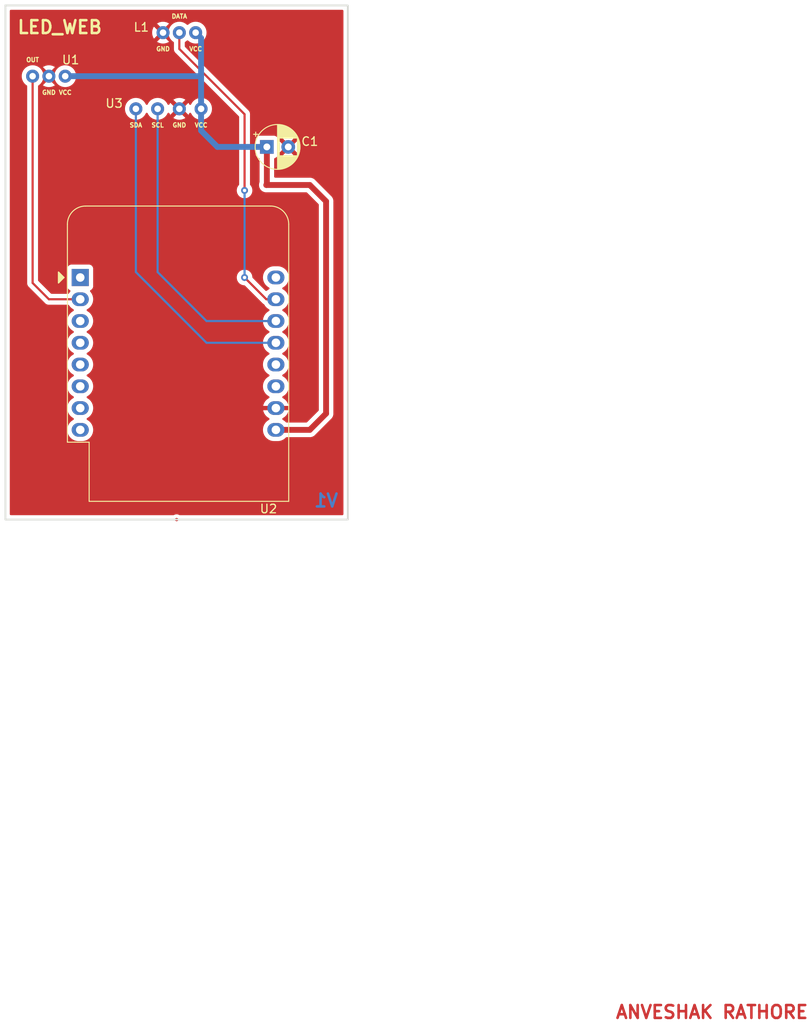
<source format=kicad_pcb>
(kicad_pcb (version 20211014) (generator pcbnew)
  (title_block (title "LED_WEB") (date "2022-03-14") (rev "v1") (comment 1 "NOT TO BE COPIED WITHOUT PERMISSION"))
  (layers (0 "F.Cu" signal) (31 "B.Cu" signal) (34 "B.Paste" user) (35 "F.Paste" user) (36 "B.SilkS" user "B.Silkscreen") (37 "F.SilkS" user "F.Silkscreen") (38 "B.Mask" user) (39 "F.Mask" user) (44 "Edge.Cuts" user))
  (net 0 "")
  (net 1 "Net-(C1-Pad1)")
  (net 2 "GND")
  (net 3 "Net-(L1-Pad2)")
  (net 4 "Net-(U1-Pad3)")
  (net 5 "Net-(U1-Pad4)")
  (net 7 "Net-(U2-Pad2)")
  (footprint "led_web_foots:SSD1306" (layer "F.Cu") (at 127 64.77)
    (fp_text reference "U3" (at -6.35 -0.635 unlocked) (layer "F.SilkS"))
    (fp_text value "SSD1306")
    (fp_text user "SDA" (at -3.81 1.905 unlocked) (layer "F.SilkS") (effects (font (size 0.508 0.508) (thickness 0.127))))
    (fp_text user "VCC" (at 3.81 1.905 unlocked) (layer "F.SilkS") (effects (font (size 0.508 0.508) (thickness 0.127))))
    (fp_text user "SCL" (at -1.27 1.905 unlocked) (layer "F.SilkS") (effects (font (size 0.508 0.508) (thickness 0.127))))
    (fp_text user "GND" (at 1.27 1.905 unlocked) (layer "F.SilkS") (effects (font (size 0.508 0.508) (thickness 0.127))))
    (pad "1" thru_hole circle (at 3.81 0) (size 1.524 1.524) (drill 0.762) (layers *.Cu *.Mask) (net 1 "Net-(C1-Pad1)"))
    (pad "2" thru_hole circle (at 1.27 0) (size 1.524 1.524) (drill 0.762) (layers *.Cu *.Mask) (net 2 "GND"))
    (pad "3" thru_hole circle (at -1.27 0) (size 1.524 1.524) (drill 0.762) (layers *.Cu *.Mask) (net 7 "Net-(U2-Pad2)"))
    (pad "4" thru_hole circle (at -3.81 0) (size 1.524 1.524) (drill 0.762) (layers *.Cu *.Mask))
  )
  (footprint "Capacitor_THT:CP_Radial_D5.0mm_P2.50mm" (layer "F.Cu") (at 138.494888 69.215)
    (fp_text reference "C1" (at 5.015112 -0.635) (layer "F.SilkS"))
    (fp_text value "1000uF 10V")
    (fp_line (start 3.771 -0.677) (end 3.771 0.677) (layer "F.SilkS") (width 0.12))
    (fp_line (start 3.331 -1.554) (end 3.331 -1.04) (layer "F.SilkS") (width 0.12))
    (fp_line (start 3.611 -1.098) (end 3.611 1.098) (layer "F.SilkS") (width 0.12))
    (fp_line (start 2.531 1.04) (end 2.531 2.247) (layer "F.SilkS") (width 0.12))
    (fp_line (start 2.171 1.04) (end 2.171 2.414) (layer "F.SilkS") (width 0.12))
    (fp_line (start 1.81 1.04) (end 1.81 2.52) (layer "F.SilkS") (width 0.12))
    (fp_line (start 3.371 1.04) (end 3.371 1.5) (layer "F.SilkS") (width 0.12))
    (fp_line (start 2.731 1.04) (end 2.731 2.122) (layer "F.SilkS") (width 0.12))
    (fp_line (start 2.051 1.04) (end 2.051 2.455) (layer "F.SilkS") (width 0.12))
    (fp_line (start 1.89 -2.501) (end 1.89 -1.04) (layer "F.SilkS") (width 0.12))
    (fp_line (start -1.554775 -1.475) (end -1.054775 -1.475) (layer "F.SilkS") (width 0.12))
    (fp_line (start 1.57 1.04) (end 1.57 2.561) (layer "F.SilkS") (width 0.12))
    (fp_line (start 3.451 -1.383) (end 3.451 -1.04) (layer "F.SilkS") (width 0.12))
    (fp_line (start 2.291 -2.365) (end 2.291 -1.04) (layer "F.SilkS") (width 0.12))
    (fp_line (start 1.25 -2.58) (end 1.25 2.58) (layer "F.SilkS") (width 0.12))
    (fp_line (start 1.77 1.04) (end 1.77 2.528) (layer "F.SilkS") (width 0.12))
    (fp_line (start 1.49 -2.569) (end 1.49 -1.04) (layer "F.SilkS") (width 0.12))
    (fp_line (start 3.011 1.04) (end 3.011 1.901) (layer "F.SilkS") (width 0.12))
    (fp_line (start 1.93 1.04) (end 1.93 2.491) (layer "F.SilkS") (width 0.12))
    (fp_line (start 1.41 -2.576) (end 1.41 2.576) (layer "F.SilkS") (width 0.12))
    (fp_line (start 1.45 -2.573) (end 1.45 2.573) (layer "F.SilkS") (width 0.12))
    (fp_line (start 2.891 1.04) (end 2.891 2.004) (layer "F.SilkS") (width 0.12))
    (fp_line (start 1.61 1.04) (end 1.61 2.556) (layer "F.SilkS") (width 0.12))
    (fp_line (start 2.051 -2.455) (end 2.051 -1.04) (layer "F.SilkS") (width 0.12))
    (fp_line (start 2.571 1.04) (end 2.571 2.224) (layer "F.SilkS") (width 0.12))
    (fp_line (start 1.69 -2.543) (end 1.69 -1.04) (layer "F.SilkS") (width 0.12))
    (fp_line (start 2.411 1.04) (end 2.411 2.31) (layer "F.SilkS") (width 0.12))
    (fp_line (start 2.771 -2.095) (end 2.771 -1.04) (layer "F.SilkS") (width 0.12))
    (fp_line (start 2.611 -2.2) (end 2.611 -1.04) (layer "F.SilkS") (width 0.12))
    (fp_line (start 2.811 -2.065) (end 2.811 -1.04) (layer "F.SilkS") (width 0.12))
    (fp_line (start 1.73 1.04) (end 1.73 2.536) (layer "F.SilkS") (width 0.12))
    (fp_line (start 1.77 -2.528) (end 1.77 -1.04) (layer "F.SilkS") (width 0.12))
    (fp_line (start 3.091 -1.826) (end 3.091 -1.04) (layer "F.SilkS") (width 0.12))
    (fp_line (start -1.304775 -1.725) (end -1.304775 -1.225) (layer "F.SilkS") (width 0.12))
    (fp_line (start 1.73 -2.536) (end 1.73 -1.04) (layer "F.SilkS") (width 0.12))
    (fp_line (start 2.491 -2.268) (end 2.491 -1.04) (layer "F.SilkS") (width 0.12))
    (fp_line (start 2.611 1.04) (end 2.611 2.2) (layer "F.SilkS") (width 0.12))
    (fp_line (start 3.531 1.04) (end 3.531 1.251) (layer "F.SilkS") (width 0.12))
    (fp_line (start 2.931 -1.971) (end 2.931 -1.04) (layer "F.SilkS") (width 0.12))
    (fp_line (start 2.371 -2.329) (end 2.371 -1.04) (layer "F.SilkS") (width 0.12))
    (fp_line (start 2.091 1.04) (end 2.091 2.442) (layer "F.SilkS") (width 0.12))
    (fp_line (start 2.971 -1.937) (end 2.971 -1.04) (layer "F.SilkS") (width 0.12))
    (fp_line (start 3.811 -0.518) (end 3.811 0.518) (layer "F.SilkS") (width 0.12))
    (fp_line (start 2.251 -2.382) (end 2.251 -1.04) (layer "F.SilkS") (width 0.12))
    (fp_line (start 2.011 -2.468) (end 2.011 -1.04) (layer "F.SilkS") (width 0.12))
    (fp_line (start 3.171 1.04) (end 3.171 1.743) (layer "F.SilkS") (width 0.12))
    (fp_line (start 1.53 1.04) (end 1.53 2.565) (layer "F.SilkS") (width 0.12))
    (fp_line (start 1.49 1.04) (end 1.49 2.569) (layer "F.SilkS") (width 0.12))
    (fp_line (start 2.251 1.04) (end 2.251 2.382) (layer "F.SilkS") (width 0.12))
    (fp_line (start 3.371 -1.5) (end 3.371 -1.04) (layer "F.SilkS") (width 0.12))
    (fp_line (start 2.931 1.04) (end 2.931 1.971) (layer "F.SilkS") (width 0.12))
    (fp_line (start 2.731 -2.122) (end 2.731 -1.04) (layer "F.SilkS") (width 0.12))
    (fp_line (start 2.491 1.04) (end 2.491 2.268) (layer "F.SilkS") (width 0.12))
    (fp_line (start 3.051 -1.864) (end 3.051 -1.04) (layer "F.SilkS") (width 0.12))
    (fp_line (start 3.491 -1.319) (end 3.491 -1.04) (layer "F.SilkS") (width 0.12))
    (fp_line (start 3.491 1.04) (end 3.491 1.319) (layer "F.SilkS") (width 0.12))
    (fp_line (start 3.251 1.04) (end 3.251 1.653) (layer "F.SilkS") (width 0.12))
    (fp_line (start 3.331 1.04) (end 3.331 1.554) (layer "F.SilkS") (width 0.12))
    (fp_line (start 2.331 1.04) (end 2.331 2.348) (layer "F.SilkS") (width 0.12))
    (fp_line (start 2.851 1.04) (end 2.851 2.035) (layer "F.SilkS") (width 0.12))
    (fp_line (start 3.051 1.04) (end 3.051 1.864) (layer "F.SilkS") (width 0.12))
    (fp_line (start 3.411 -1.443) (end 3.411 -1.04) (layer "F.SilkS") (width 0.12))
    (fp_line (start 3.731 -0.805) (end 3.731 0.805) (layer "F.SilkS") (width 0.12))
    (fp_line (start 2.371 1.04) (end 2.371 2.329) (layer "F.SilkS") (width 0.12))
    (fp_line (start 2.771 1.04) (end 2.771 2.095) (layer "F.SilkS") (width 0.12))
    (fp_line (start 3.691 -0.915) (end 3.691 0.915) (layer "F.SilkS") (width 0.12))
    (fp_line (start 2.451 -2.29) (end 2.451 -1.04) (layer "F.SilkS") (width 0.12))
    (fp_line (start 1.89 1.04) (end 1.89 2.501) (layer "F.SilkS") (width 0.12))
    (fp_line (start 2.811 1.04) (end 2.811 2.065) (layer "F.SilkS") (width 0.12))
    (fp_line (start 3.451 1.04) (end 3.451 1.383) (layer "F.SilkS") (width 0.12))
    (fp_line (start 1.57 -2.561) (end 1.57 -1.04) (layer "F.SilkS") (width 0.12))
    (fp_line (start 3.651 -1.011) (end 3.651 1.011) (layer "F.SilkS") (width 0.12))
    (fp_line (start 3.211 -1.699) (end 3.211 -1.04) (layer "F.SilkS") (width 0.12))
    (fp_line (start 1.971 1.04) (end 1.971 2.48) (layer "F.SilkS") (width 0.12))
    (fp_line (start 3.011 -1.901) (end 3.011 -1.04) (layer "F.SilkS") (width 0.12))
    (fp_line (start 2.691 1.04) (end 2.691 2.149) (layer "F.SilkS") (width 0.12))
    (fp_line (start 2.011 1.04) (end 2.011 2.468) (layer "F.SilkS") (width 0.12))
    (fp_line (start 3.411 1.04) (end 3.411 1.443) (layer "F.SilkS") (width 0.12))
    (fp_line (start 2.131 -2.428) (end 2.131 -1.04) (layer "F.SilkS") (width 0.12))
    (fp_line (start 1.61 -2.556) (end 1.61 -1.04) (layer "F.SilkS") (width 0.12))
    (fp_line (start 2.211 -2.398) (end 2.211 -1.04) (layer "F.SilkS") (width 0.12))
    (fp_line (start 1.29 -2.58) (end 1.29 2.58) (layer "F.SilkS") (width 0.12))
    (fp_line (start 2.451 1.04) (end 2.451 2.29) (layer "F.SilkS") (width 0.12))
    (fp_line (start 1.53 -2.565) (end 1.53 -1.04) (layer "F.SilkS") (width 0.12))
    (fp_line (start 2.651 1.04) (end 2.651 2.175) (layer "F.SilkS") (width 0.12))
    (fp_line (start 1.69 1.04) (end 1.69 2.543) (layer "F.SilkS") (width 0.12))
    (fp_line (start 2.571 -2.224) (end 2.571 -1.04) (layer "F.SilkS") (width 0.12))
    (fp_line (start 3.211 1.04) (end 3.211 1.699) (layer "F.SilkS") (width 0.12))
    (fp_line (start 2.691 -2.149) (end 2.691 -1.04) (layer "F.SilkS") (width 0.12))
    (fp_line (start 3.851 -0.284) (end 3.851 0.284) (layer "F.SilkS") (width 0.12))
    (fp_line (start 2.091 -2.442) (end 2.091 -1.04) (layer "F.SilkS") (width 0.12))
    (fp_line (start 1.85 -2.511) (end 1.85 -1.04) (layer "F.SilkS") (width 0.12))
    (fp_line (start 3.091 1.04) (end 3.091 1.826) (layer "F.SilkS") (width 0.12))
    (fp_line (start 2.851 -2.035) (end 2.851 -1.04) (layer "F.SilkS") (width 0.12))
    (fp_line (start 3.131 -1.785) (end 3.131 -1.04) (layer "F.SilkS") (width 0.12))
    (fp_line (start 2.531 -2.247) (end 2.531 -1.04) (layer "F.SilkS") (width 0.12))
    (fp_line (start 3.171 -1.743) (end 3.171 -1.04) (layer "F.SilkS") (width 0.12))
    (fp_line (start 3.131 1.04) (end 3.131 1.785) (layer "F.SilkS") (width 0.12))
    (fp_line (start 2.131 1.04) (end 2.131 2.428) (layer "F.SilkS") (width 0.12))
    (fp_line (start 2.211 1.04) (end 2.211 2.398) (layer "F.SilkS") (width 0.12))
    (fp_line (start 1.93 -2.491) (end 1.93 -1.04) (layer "F.SilkS") (width 0.12))
    (fp_line (start 1.37 -2.578) (end 1.37 2.578) (layer "F.SilkS") (width 0.12))
    (fp_line (start 3.251 -1.653) (end 3.251 -1.04) (layer "F.SilkS") (width 0.12))
    (fp_line (start 2.411 -2.31) (end 2.411 -1.04) (layer "F.SilkS") (width 0.12))
    (fp_line (start 1.971 -2.48) (end 1.971 -1.04) (layer "F.SilkS") (width 0.12))
    (fp_line (start 2.971 1.04) (end 2.971 1.937) (layer "F.SilkS") (width 0.12))
    (fp_line (start 2.891 -2.004) (end 2.891 -1.04) (layer "F.SilkS") (width 0.12))
    (fp_line (start 1.33 -2.579) (end 1.33 2.579) (layer "F.SilkS") (width 0.12))
    (fp_line (start 1.85 1.04) (end 1.85 2.511) (layer "F.SilkS") (width 0.12))
    (fp_line (start 1.65 -2.55) (end 1.65 -1.04) (layer "F.SilkS") (width 0.12))
    (fp_line (start 3.571 -1.178) (end 3.571 1.178) (layer "F.SilkS") (width 0.12))
    (fp_line (start 3.531 -1.251) (end 3.531 -1.04) (layer "F.SilkS") (width 0.12))
    (fp_line (start 1.65 1.04) (end 1.65 2.55) (layer "F.SilkS") (width 0.12))
    (fp_line (start 2.291 1.04) (end 2.291 2.365) (layer "F.SilkS") (width 0.12))
    (fp_line (start 1.81 -2.52) (end 1.81 -1.04) (layer "F.SilkS") (width 0.12))
    (fp_line (start 2.331 -2.348) (end 2.331 -1.04) (layer "F.SilkS") (width 0.12))
    (fp_line (start 2.651 -2.175) (end 2.651 -1.04) (layer "F.SilkS") (width 0.12))
    (fp_line (start 2.171 -2.414) (end 2.171 -1.04) (layer "F.SilkS") (width 0.12))
    (fp_line (start 3.291 -1.605) (end 3.291 -1.04) (layer "F.SilkS") (width 0.12))
    (fp_line (start 3.291 1.04) (end 3.291 1.605) (layer "F.SilkS") (width 0.12))
    (fp_circle (center 1.25 0) (end 3.87 0) (layer "F.SilkS") (width 0.12) (fill none))
    (pad "1" thru_hole rect (at 0 0) (size 1.6 1.6) (drill 0.8) (layers *.Cu *.Mask) (net 1 "Net-(C1-Pad1)"))
    (pad "2" thru_hole circle (at 2.5 0) (size 1.6 1.6) (drill 0.8) (layers *.Cu *.Mask) (net 2 "GND"))
  )
  (footprint "led_web_foots:MAX4466" (layer "F.Cu") (at 113.03 60.96)
    (fp_text reference "U1" (at 2.54 -1.905 unlocked) (layer "F.SilkS"))
    (fp_text value "MAX4466")
    (fp_text user "OUT" (at -1.905 -1.905 unlocked) (layer "F.SilkS") (effects (font (size 0.508 0.508) (thickness 0.127))))
    (fp_text user "VCC" (at 1.905 1.905 unlocked) (layer "F.SilkS") (effects (font (size 0.508 0.508) (thickness 0.127))))
    (fp_text user "GND" (at 0 1.905 unlocked) (layer "F.SilkS") (effects (font (size 0.508 0.508) (thickness 0.127))))
    (pad "1" thru_hole circle (at 1.905 0) (size 1.524 1.524) (drill 0.762) (layers *.Cu *.Mask) (net 1 "Net-(C1-Pad1)"))
    (pad "2" thru_hole circle (at 0 0) (size 1.524 1.524) (drill 0.762) (layers *.Cu *.Mask) (net 2 "GND"))
    (pad "3" thru_hole circle (at -1.905 0) (size 1.524 1.524) (drill 0.762) (layers *.Cu *.Mask) (net 4 "Net-(U1-Pad3)"))
  )
  (footprint "led_web_foots:LED_STRIP" (layer "F.Cu") (at 128.27 55.88)
    (fp_text reference "L1" (at -4.445 -0.635 unlocked) (layer "F.SilkS"))
    (fp_text value "LED_STRIP")
    (fp_text user "VCC" (at 1.905 1.905 unlocked) (layer "F.SilkS") (effects (font (size 0.508 0.508) (thickness 0.127))))
    (fp_text user "GND" (at -1.905 1.905 unlocked) (layer "F.SilkS") (effects (font (size 0.508 0.508) (thickness 0.127))))
    (fp_text user "DATA" (at 0 -1.905 unlocked) (layer "F.SilkS") (effects (font (size 0.508 0.508) (thickness 0.127))))
    (pad "1" thru_hole circle (at 1.905 0) (size 1.524 1.524) (drill 0.762) (layers *.Cu *.Mask) (net 1 "Net-(C1-Pad1)"))
    (pad "2" thru_hole circle (at 0 0) (size 1.524 1.524) (drill 0.762) (layers *.Cu *.Mask) (net 3 "Net-(L1-Pad2)"))
    (pad "3" thru_hole circle (at -1.905 0) (size 1.524 1.524) (drill 0.762) (layers *.Cu *.Mask) (net 2 "GND"))
  )
  (footprint "Module:WEMOS_D1_mini_light" (layer "F.Cu") (at 116.69 84.455)
    (fp_text reference "U2" (at 22 27) (layer "F.SilkS"))
    (fp_text value "WeMos_D1_mini")
    (fp_line (start 24.36 26.12) (end 24.36 -6.21) (layer "F.SilkS") (width 0.12))
    (fp_line (start 22.24 -8.34) (end 0.63 -8.34) (layer "F.SilkS") (width 0.12))
    (fp_line (start 1.04 26.12) (end 24.36 26.12) (layer "F.SilkS") (width 0.12))
    (fp_line (start -1.5 19.22) (end -1.5 -6.21) (layer "F.SilkS") (width 0.12))
    (fp_line (start 1.04 19.22) (end 1.04 26.12) (layer "F.SilkS") (width 0.12))
    (fp_line (start -1.5 19.22) (end 1.04 19.22) (layer "F.SilkS") (width 0.12))
    (fp_arc (start 22.23 -8.34) (mid 23.736137 -7.716137) (end 24.36 -6.21) (layer "F.SilkS") (width 0.12))
    (fp_arc (start -1.5 -6.21) (mid -0.876137 -7.716137) (end 0.63 -8.34) (layer "F.SilkS") (width 0.12))
    (fp_poly (pts (xy -2.54 -0.635) (xy -2.54 0.635) (xy -1.905 0)) (layer "F.SilkS") (width 0.15) (fill solid))
    (pad "1" thru_hole rect (at 0 0) (size 2 2) (drill 1) (layers *.Cu *.Mask))
    (pad "2" thru_hole oval (at 0 2.54) (size 2 1.6) (drill 1) (layers *.Cu *.Mask) (net 7 "Net-(U2-Pad2)"))
    (pad "3" thru_hole oval (at 0 5.08) (size 2 1.6) (drill 1) (layers *.Cu *.Mask))
    (pad "4" thru_hole oval (at 0 7.62) (size 2 1.6) (drill 1) (layers *.Cu *.Mask))
    (pad "5" thru_hole oval (at 0 10.16) (size 2 1.6) (drill 1) (layers *.Cu *.Mask))
    (pad "6" thru_hole oval (at 0 12.7) (size 2 1.6) (drill 1) (layers *.Cu *.Mask))
    (pad "7" thru_hole oval (at 0 15.24) (size 2 1.6) (drill 1) (layers *.Cu *.Mask))
    (pad "8" thru_hole oval (at 0 17.78) (size 2 1.6) (drill 1) (layers *.Cu *.Mask))
    (pad "9" thru_hole oval (at 22.86 17.78) (size 2 1.6) (drill 1) (layers *.Cu *.Mask) (net 1 "Net-(C1-Pad1)"))
    (pad "10" thru_hole oval (at 22.86 15.24) (size 2 1.6) (drill 1) (layers *.Cu *.Mask) (net 2 "GND"))
    (pad "11" thru_hole oval (at 22.86 12.7) (size 2 1.6) (drill 1) (layers *.Cu *.Mask))
    (pad "12" thru_hole oval (at 22.86 10.16) (size 2 1.6) (drill 1) (layers *.Cu *.Mask))
    (pad "13" thru_hole oval (at 22.86 7.62) (size 2 1.6) (drill 1) (layers *.Cu *.Mask) (net 5 "Net-(U1-Pad4)"))
    (pad "14" thru_hole oval (at 22.86 5.08) (size 2 1.6) (drill 1) (layers *.Cu *.Mask) (net 4 "Net-(U1-Pad3)"))
    (pad "15" thru_hole oval (at 22.86 2.54) (size 2 1.6) (drill 1) (layers *.Cu *.Mask) (net 3 "Net-(L1-Pad2)"))
    (pad "16" thru_hole oval (at 22.86 0) (size 2 1.6) (drill 1) (layers *.Cu *.Mask))
  )
  (gr_circle (center 127.95 112.705) (end 127.95 112.705) (layer "F.Cu") (width 0.2) (fill none))
  (gr_rect (start 107.95 52.705) (end 147.949996 112.705007) (layer "Edge.Cuts") (width 0.2) (fill none))
  (gr_text "ANVESHAK RATHORE" (at 190.5 170.18) (layer "F.Cu") (effects (font (size 1.5 1.5) (thickness 0.3))))
  (gr_text "V1" (at 145.415 110.49) (layer "B.Cu") (effects (font (size 1.5 1.5) (thickness 0.3)) (justify mirror)))
  (gr_text "LED_WEB" (at 114.3 55.245) (layer "F.SilkS") (effects (font (size 1.5 1.5) (thickness 0.3))))
  (segment (start 145.415 75.565) (end 143.51 73.66) (width 0.68326) (layer "F.Cu") (net 1))
  (segment (start 143.51 73.66) (end 138.43 73.66) (width 0.68326) (layer "F.Cu") (net 1))
  (segment (start 139.55 102.235) (end 143.51 102.235) (width 0.68326) (layer "F.Cu") (net 1))
  (segment (start 138.43 73.66) (end 138.494888 73.595112) (width 0.68326) (layer "F.Cu") (net 1))
  (segment (start 145.415 100.33) (end 145.415 75.565) (width 0.68326) (layer "F.Cu") (net 1))
  (segment (start 143.51 102.235) (end 145.415 100.33) (width 0.68326) (layer "F.Cu") (net 1))
  (segment (start 138.494888 73.595112) (end 138.494888 69.215) (width 0.68326) (layer "F.Cu") (net 1))
  (segment (start 130.81 64.77) (end 130.81 60.96) (width 0.68326) (layer "B.Cu") (net 1))
  (segment (start 130.81 67.31) (end 130.81 64.77) (width 0.68326) (layer "B.Cu") (net 1))
  (segment (start 130.81 60.96) (end 130.81 56.515) (width 0.68326) (layer "B.Cu") (net 1))
  (segment (start 114.935 60.96) (end 130.81 60.96) (width 0.68326) (layer "B.Cu") (net 1))
  (segment (start 130.81 56.515) (end 130.175 55.88) (width 0.68326) (layer "B.Cu") (net 1))
  (segment (start 132.715 69.215) (end 130.81 67.31) (width 0.68326) (layer "B.Cu") (net 1))
  (segment (start 138.494888 69.215) (end 132.715 69.215) (width 0.68326) (layer "B.Cu") (net 1))
  (segment (start 128.27 57.785) (end 135.89 65.405) (width 0.25) (layer "F.Cu") (net 3))
  (segment (start 135.89 84.455) (end 138.43 86.995) (width 0.25) (layer "F.Cu") (net 3))
  (segment (start 138.43 86.995) (end 139.55 86.995) (width 0.25) (layer "F.Cu") (net 3))
  (segment (start 128.27 55.88) (end 128.27 57.785) (width 0.25) (layer "F.Cu") (net 3))
  (segment (start 135.89 65.405) (end 135.89 74.295) (width 0.25) (layer "F.Cu") (net 3))
  (via (at 135.89 84.455) (size 0.8) (drill 0.4) (layers "F.Cu" "B.Cu") (net 3))
  (via (at 135.89 74.295) (size 0.8) (drill 0.4) (layers "F.Cu" "B.Cu") (net 3))
  (segment (start 135.89 74.295) (end 135.89 84.455) (width 0.25) (layer "B.Cu") (net 3))
  (segment (start 111.125 85.09) (end 113.03 86.995) (width 0.25) (layer "F.Cu") (net 4))
  (segment (start 113.03 86.995) (end 116.69 86.995) (width 0.25) (layer "F.Cu") (net 4))
  (segment (start 111.125 60.96) (end 111.125 85.09) (width 0.25) (layer "F.Cu") (net 4))
  (segment (start 125.73 64.77) (end 125.73 83.82) (width 0.25) (layer "B.Cu") (net 4))
  (segment (start 125.73 83.82) (end 131.445 89.535) (width 0.25) (layer "B.Cu") (net 4))
  (segment (start 131.445 89.535) (end 139.549988 89.535) (width 0.25) (layer "B.Cu") (net 4))
  (segment (start 123.19 83.82) (end 131.445 92.075) (width 0.25) (layer "B.Cu") (net 5))
  (segment (start 131.445 92.075) (end 139.55 92.075) (width 0.25) (layer "B.Cu") (net 5))
  (segment (start 123.19 64.77) (end 123.19 83.82) (width 0.25) (layer "B.Cu") (net 5))
  (zone (net 2) (net_name "GND") (layer "F.Cu") (connect_pads (clearance 0.508)) (min_thickness 0.254) (fill yes (thermal_gap 0.508) (thermal_bridge_width 0.508))
    (polygon (pts (xy 148.59 113.03) (xy 107.315 113.03) (xy 107.315 52.07) (xy 148.59 52.07)))
  )
)
</source>
